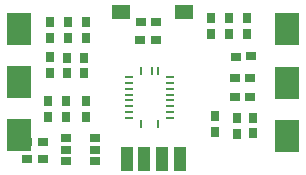
<source format=gtp>
%FSLAX25Y25*%
%MOIN*%
G70*
G01*
G75*
G04 Layer_Color=8421504*
%ADD10R,0.03600X0.03000*%
%ADD11R,0.03543X0.02559*%
%ADD12R,0.07874X0.11024*%
%ADD13R,0.06000X0.05000*%
%ADD14R,0.03000X0.03600*%
%ADD15R,0.03150X0.00906*%
%ADD16R,0.00906X0.03150*%
%ADD17R,0.03937X0.07874*%
%ADD18C,0.01000*%
%ADD19C,0.02000*%
%ADD20C,0.01500*%
%ADD21C,0.01700*%
%ADD22C,0.01900*%
%ADD23R,0.15156X0.09649*%
%ADD24R,0.15310X0.02394*%
%ADD25R,0.06525X0.02707*%
%ADD26R,0.06323X0.02939*%
%ADD27R,0.06830X0.04197*%
%ADD28R,0.19009X0.03190*%
%ADD29R,0.08936X0.09999*%
%ADD30R,0.08242X0.15824*%
%ADD31R,0.08028X0.08465*%
%ADD32R,0.08515X0.08961*%
%ADD33C,0.02300*%
%ADD34C,0.01800*%
%ADD35R,0.11024X0.07874*%
%ADD36C,0.00984*%
%ADD37C,0.00787*%
%ADD38C,0.00700*%
%ADD39C,0.01200*%
%ADD40C,0.00400*%
D10*
X308177Y298038D02*
D03*
X313444Y298067D02*
D03*
X377779Y332238D02*
D03*
X383046Y332267D02*
D03*
X377438Y325125D02*
D03*
X382705Y325154D02*
D03*
X377435Y318798D02*
D03*
X382702Y318827D02*
D03*
X351346Y343802D02*
D03*
X346079Y343774D02*
D03*
X351189Y337842D02*
D03*
X345922Y337813D02*
D03*
X308353Y303889D02*
D03*
X313620Y303918D02*
D03*
D11*
X321385Y304972D02*
D03*
Y301232D02*
D03*
Y297492D02*
D03*
X330834D02*
D03*
Y301232D02*
D03*
Y304972D02*
D03*
D12*
X395023Y341288D02*
D03*
X395032Y323538D02*
D03*
X394949Y305815D02*
D03*
X305623Y306056D02*
D03*
X305614Y323806D02*
D03*
X305697Y341529D02*
D03*
D13*
X339535Y347141D02*
D03*
X360557Y347063D02*
D03*
D14*
X315872Y343776D02*
D03*
X315901Y338509D02*
D03*
X321934Y343776D02*
D03*
X321963Y338509D02*
D03*
X327776Y343776D02*
D03*
X327804Y338509D02*
D03*
X315791Y331972D02*
D03*
X315819Y326706D02*
D03*
X321442Y331911D02*
D03*
X321470Y326644D02*
D03*
X327154Y331911D02*
D03*
X327183Y326644D02*
D03*
X315206Y317285D02*
D03*
X315234Y312018D02*
D03*
X321205Y317285D02*
D03*
X321234Y312018D02*
D03*
X327877Y312247D02*
D03*
X327849Y317514D02*
D03*
X383649Y306656D02*
D03*
X383621Y311923D02*
D03*
X370825Y307048D02*
D03*
X370797Y312314D02*
D03*
X378207Y311844D02*
D03*
X378236Y306578D02*
D03*
X369584Y345068D02*
D03*
X369613Y339801D02*
D03*
X375618Y345011D02*
D03*
X375646Y339744D02*
D03*
X381538Y345011D02*
D03*
X381566Y339744D02*
D03*
D15*
X355928Y325483D02*
D03*
Y323514D02*
D03*
Y321546D02*
D03*
Y319577D02*
D03*
Y317608D02*
D03*
Y315640D02*
D03*
Y313671D02*
D03*
Y311703D02*
D03*
X342149D02*
D03*
Y313671D02*
D03*
Y315640D02*
D03*
Y317608D02*
D03*
Y319577D02*
D03*
Y321546D02*
D03*
Y323514D02*
D03*
Y325483D02*
D03*
D16*
X351991Y309735D02*
D03*
X346086D02*
D03*
Y327451D02*
D03*
X350023D02*
D03*
X351991D02*
D03*
D17*
X341423Y298086D02*
D03*
X347349Y298124D02*
D03*
X353286Y298086D02*
D03*
X359245Y298120D02*
D03*
M02*

</source>
